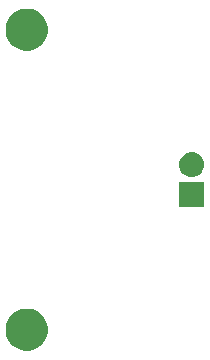
<source format=gbr>
G04 #@! TF.GenerationSoftware,KiCad,Pcbnew,5.0.2-bee76a0~70~ubuntu18.04.1*
G04 #@! TF.CreationDate,2020-10-21T16:40:24-07:00*
G04 #@! TF.ProjectId,led_ring,6c65645f-7269-46e6-972e-6b696361645f,rev?*
G04 #@! TF.SameCoordinates,Original*
G04 #@! TF.FileFunction,Soldermask,Bot*
G04 #@! TF.FilePolarity,Negative*
%FSLAX46Y46*%
G04 Gerber Fmt 4.6, Leading zero omitted, Abs format (unit mm)*
G04 Created by KiCad (PCBNEW 5.0.2-bee76a0~70~ubuntu18.04.1) date Wed 21 Oct 2020 04:40:24 PM PDT*
%MOMM*%
%LPD*%
G01*
G04 APERTURE LIST*
%ADD10C,0.100000*%
G04 APERTURE END LIST*
D10*
G36*
X51321394Y-61781192D02*
X51646698Y-61915937D01*
X51939468Y-62111560D01*
X52188440Y-62360532D01*
X52384063Y-62653302D01*
X52518808Y-62978606D01*
X52587500Y-63323945D01*
X52587500Y-63676055D01*
X52518808Y-64021394D01*
X52384063Y-64346698D01*
X52188440Y-64639468D01*
X51939468Y-64888440D01*
X51646698Y-65084063D01*
X51321394Y-65218808D01*
X50976055Y-65287500D01*
X50623945Y-65287500D01*
X50278606Y-65218808D01*
X49953302Y-65084063D01*
X49660532Y-64888440D01*
X49411560Y-64639468D01*
X49215937Y-64346698D01*
X49081192Y-64021394D01*
X49012500Y-63676055D01*
X49012500Y-63323945D01*
X49081192Y-62978606D01*
X49215937Y-62653302D01*
X49411560Y-62360532D01*
X49660532Y-62111560D01*
X49953302Y-61915937D01*
X50278606Y-61781192D01*
X50623945Y-61712500D01*
X50976055Y-61712500D01*
X51321394Y-61781192D01*
X51321394Y-61781192D01*
G37*
G36*
X65820000Y-53120000D02*
X63720000Y-53120000D01*
X63720000Y-51020000D01*
X65820000Y-51020000D01*
X65820000Y-53120000D01*
X65820000Y-53120000D01*
G37*
G36*
X64898707Y-48487597D02*
X64975836Y-48495193D01*
X65107787Y-48535220D01*
X65173763Y-48555233D01*
X65356172Y-48652733D01*
X65516054Y-48783946D01*
X65647267Y-48943828D01*
X65744767Y-49126237D01*
X65744767Y-49126238D01*
X65804807Y-49324164D01*
X65825080Y-49530000D01*
X65804807Y-49735836D01*
X65764780Y-49867787D01*
X65744767Y-49933763D01*
X65647267Y-50116172D01*
X65516054Y-50276054D01*
X65356172Y-50407267D01*
X65173763Y-50504767D01*
X65107787Y-50524780D01*
X64975836Y-50564807D01*
X64898707Y-50572404D01*
X64821580Y-50580000D01*
X64718420Y-50580000D01*
X64641293Y-50572404D01*
X64564164Y-50564807D01*
X64432213Y-50524780D01*
X64366237Y-50504767D01*
X64183828Y-50407267D01*
X64023946Y-50276054D01*
X63892733Y-50116172D01*
X63795233Y-49933763D01*
X63775220Y-49867787D01*
X63735193Y-49735836D01*
X63714920Y-49530000D01*
X63735193Y-49324164D01*
X63795233Y-49126238D01*
X63795233Y-49126237D01*
X63892733Y-48943828D01*
X64023946Y-48783946D01*
X64183828Y-48652733D01*
X64366237Y-48555233D01*
X64432213Y-48535220D01*
X64564164Y-48495193D01*
X64641293Y-48487597D01*
X64718420Y-48480000D01*
X64821580Y-48480000D01*
X64898707Y-48487597D01*
X64898707Y-48487597D01*
G37*
G36*
X51321394Y-36381192D02*
X51646698Y-36515937D01*
X51939468Y-36711560D01*
X52188440Y-36960532D01*
X52384063Y-37253302D01*
X52518808Y-37578606D01*
X52587500Y-37923945D01*
X52587500Y-38276055D01*
X52518808Y-38621394D01*
X52384063Y-38946698D01*
X52188440Y-39239468D01*
X51939468Y-39488440D01*
X51646698Y-39684063D01*
X51321394Y-39818808D01*
X50976055Y-39887500D01*
X50623945Y-39887500D01*
X50278606Y-39818808D01*
X49953302Y-39684063D01*
X49660532Y-39488440D01*
X49411560Y-39239468D01*
X49215937Y-38946698D01*
X49081192Y-38621394D01*
X49012500Y-38276055D01*
X49012500Y-37923945D01*
X49081192Y-37578606D01*
X49215937Y-37253302D01*
X49411560Y-36960532D01*
X49660532Y-36711560D01*
X49953302Y-36515937D01*
X50278606Y-36381192D01*
X50623945Y-36312500D01*
X50976055Y-36312500D01*
X51321394Y-36381192D01*
X51321394Y-36381192D01*
G37*
M02*

</source>
